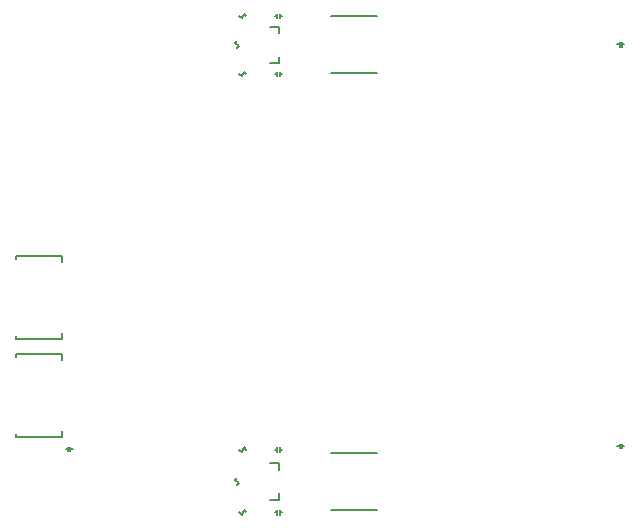
<source format=gbo>
G04*
G04 #@! TF.GenerationSoftware,Altium Limited,Altium Designer,19.0.15 (446)*
G04*
G04 Layer_Color=32896*
%FSLAX25Y25*%
%MOIN*%
G70*
G01*
G75*
%ADD12C,0.00600*%
%ADD14C,0.00591*%
D12*
X-212598Y-67913D02*
X-211811D01*
X-211024D02*
X-210236D01*
X-211024Y-68701D02*
Y-67126D01*
X-211811Y-68701D02*
Y-67126D01*
X-142913Y76378D02*
X-142126D01*
X-141339D02*
X-140551D01*
X-141339Y75590D02*
Y77165D01*
X-142126Y75590D02*
Y77165D01*
X-153150D02*
X-152362Y76378D01*
X-153937Y75590D02*
X-153150Y77165D01*
X-154724Y76378D02*
X-153937Y75590D01*
X-156299Y67323D02*
X-155512Y68110D01*
X-156299Y67323D02*
X-154724Y66535D01*
X-155512Y65748D02*
X-154724Y66535D01*
X-142913Y57087D02*
X-142126D01*
X-141339D02*
X-140551D01*
X-141339Y56299D02*
Y57874D01*
X-142126Y56299D02*
Y57874D01*
X-153150D02*
X-152362Y57087D01*
X-153937Y56299D02*
X-153150Y57874D01*
X-154724Y57087D02*
X-153937Y56299D01*
X-153150Y-88189D02*
X-152362Y-88976D01*
X-153937Y-89764D02*
X-153150Y-88189D01*
X-154724Y-88976D02*
X-153937Y-89764D01*
X-142913Y-68110D02*
X-142126D01*
X-141339D02*
X-140551D01*
X-141339Y-68898D02*
Y-67323D01*
X-142126Y-68898D02*
Y-67323D01*
X-153150D02*
X-152362Y-68110D01*
X-153937Y-68898D02*
X-153150Y-67323D01*
X-154724Y-68110D02*
X-153937Y-68898D01*
X-156299Y-78347D02*
X-155512Y-77559D01*
X-156299Y-78347D02*
X-154724Y-79134D01*
X-155512Y-79921D02*
X-154724Y-79134D01*
X-142913Y-88976D02*
X-142126D01*
X-141339D02*
X-140551D01*
X-141339Y-89764D02*
Y-88189D01*
X-142126Y-89764D02*
Y-88189D01*
X-28740Y66929D02*
X-27953D01*
X-27165D02*
X-26378D01*
X-27165Y66142D02*
Y67716D01*
X-27953Y66142D02*
Y67716D01*
X-28740Y-66929D02*
X-27953D01*
X-27165D02*
X-26378D01*
X-27165Y-67716D02*
Y-66142D01*
X-27953Y-67716D02*
Y-66142D01*
D14*
X-124213Y76575D02*
X-108858D01*
X-124213Y57284D02*
X-108858D01*
X-144488Y72835D02*
X-141673D01*
Y70669D02*
Y72835D01*
Y60630D02*
Y62795D01*
X-144488Y60630D02*
X-141673D01*
X-124213Y-69095D02*
X-108858D01*
X-124213Y-88386D02*
X-108858D01*
X-144488Y-72638D02*
X-141673D01*
Y-74803D02*
Y-72638D01*
Y-84842D02*
Y-82677D01*
X-144488Y-84842D02*
X-141673D01*
X-213779Y-63779D02*
Y-61811D01*
X-229134Y-63779D02*
X-213779D01*
X-229134D02*
Y-62795D01*
X-213779Y-38189D02*
Y-36220D01*
X-229134D02*
X-213779D01*
X-229134Y-37205D02*
Y-36220D01*
X-213779Y-31102D02*
Y-29134D01*
X-229134Y-31102D02*
X-213779D01*
X-229134D02*
Y-30118D01*
X-213779Y-5512D02*
Y-3543D01*
X-229134D02*
X-213779D01*
X-229134Y-4528D02*
Y-3543D01*
M02*

</source>
